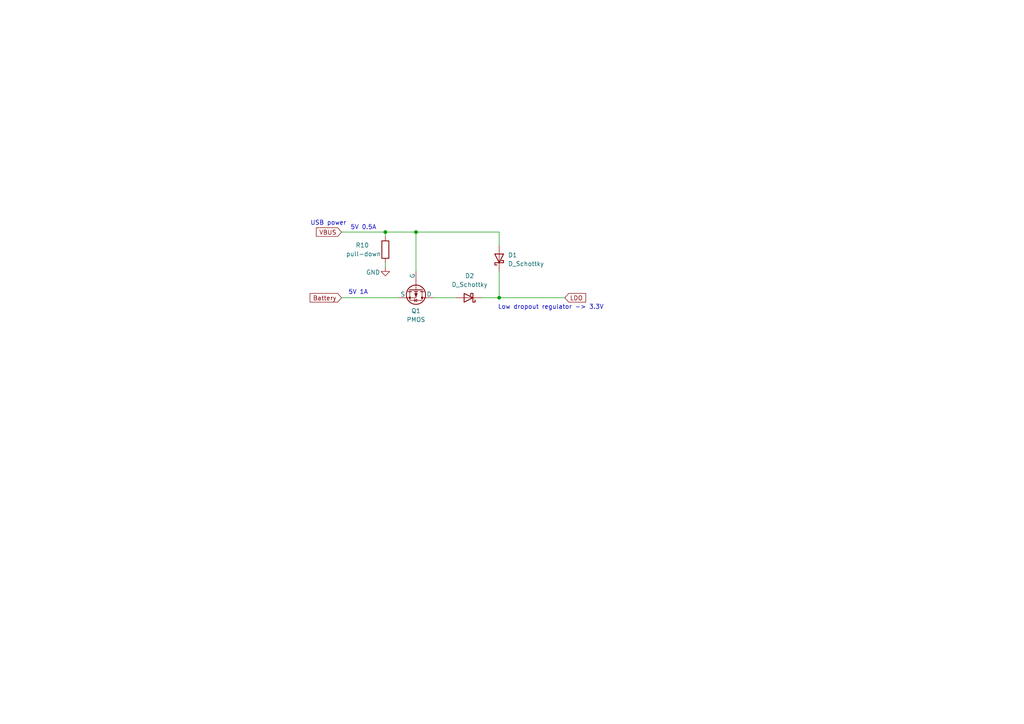
<source format=kicad_sch>
(kicad_sch (version 20250114) (generator "eeschema") (generator_version "9.0")
  (paper "A4")
  (title_block (company "N-Pulse"))
  (lib_symbols
    (symbol "Device:D_Schottky" (pin_numbers (hide yes)) (pin_names (offset 1.016) (hide yes))
      (property "Reference" "D" (at 0 2.54 0))
      (property "Value" "D_Schottky" (at 0 -2.54 0))
      (symbol "D_Schottky_0_1"
        (polyline (pts (xy -1.905 0.635) (xy -1.905 1.27) (xy -1.27 1.27) (xy -1.27 -1.27) (xy -0.635 -1.27) (xy -0.635 -0.635)) (stroke (width 0.254)))
        (polyline (pts (xy 1.27 1.27) (xy 1.27 -1.27) (xy -1.27 0) (xy 1.27 1.27)) (stroke (width 0.254)))
        (polyline (pts (xy 1.27 0) (xy -1.27 0)))
      )
      (symbol "D_Schottky_1_1"
        (pin passive line (at -3.81 0 0) (length 2.54) (name "K") (number "1"))
        (pin passive line (at 3.81 0 180) (length 2.54) (name "A") (number "2"))
      )
    )
    (symbol "Device:R" (pin_numbers (hide yes)) (pin_names (offset 0))
      (property "Reference" "R" (at 2.032 0 90))
      (property "Value" "R" (at 0 0 90))
      (symbol "R_0_1"
        (rectangle (start -1.016 -2.54) (end 1.016 2.54) (stroke (width 0.254)))
      )
      (symbol "R_1_1"
        (pin passive line (at 0 3.81 270) (length 1.27) (name "~") (number "1"))
        (pin passive line (at 0 -3.81 90) (length 1.27) (name "~") (number "2"))
      )
    )
    (symbol "Simulation_SPICE:PMOS" (pin_numbers (hide yes)) (pin_names (offset 0))
      (property "Reference" "Q" (at 5.08 1.27 0))
      (property "Value" "PMOS" (at 5.08 -1.27 0))
      (symbol "PMOS_0_1"
        (polyline (pts (xy 0.254 1.905) (xy 0.254 -1.905)) (stroke (width 0.254)))
        (polyline (pts (xy 0.254 0) (xy -2.54 0)))
        (polyline (pts (xy 0.762 2.286) (xy 0.762 1.27)) (stroke (width 0.254)))
        (polyline (pts (xy 0.762 1.778) (xy 3.302 1.778) (xy 3.302 -1.778) (xy 0.762 -1.778)))
        (polyline (pts (xy 0.762 0.508) (xy 0.762 -0.508)) (stroke (width 0.254)))
        (polyline (pts (xy 0.762 -1.27) (xy 0.762 -2.286)) (stroke (width 0.254)))
        (circle (center 1.651 0) (radius 2.794) (stroke (width 0.254)))
        (polyline (pts (xy 2.286 0) (xy 1.27 0.381) (xy 1.27 -0.381) (xy 2.286 0)) (fill (type outline)))
        (polyline (pts (xy 2.54 2.54) (xy 2.54 1.778)))
        (circle (center 2.54 1.778) (radius 0.254) (fill (type outline)))
        (circle (center 2.54 -1.778) (radius 0.254) (fill (type outline)))
        (polyline (pts (xy 2.54 -2.54) (xy 2.54 0) (xy 0.762 0)))
        (polyline (pts (xy 2.794 -0.508) (xy 2.921 -0.381) (xy 3.683 -0.381) (xy 3.81 -0.254)))
        (polyline (pts (xy 3.302 -0.381) (xy 2.921 0.254) (xy 3.683 0.254) (xy 3.302 -0.381)))
      )
      (symbol "PMOS_1_1"
        (pin input line (at -5.08 0 0) (length 2.54) (name "G") (number "2"))
        (pin passive line (at 2.54 5.08 270) (length 2.54) (name "D") (number "1"))
        (pin passive line (at 2.54 -5.08 90) (length 2.54) (name "S") (number "3"))
      )
    )
    (symbol "power:GND" (power) (pin_numbers (hide yes)) (pin_names (offset 0) (hide yes))
      (property "Value" "GND" (at 0 -3.81 0))
      (symbol "GND_0_1"
        (polyline (pts (xy 0 0) (xy 0 -1.27) (xy 1.27 -1.27) (xy 0 -2.54) (xy -1.27 -1.27) (xy 0 -1.27)))
      )
      (symbol "GND_1_1"
        (pin power_in line (at 0 0 270) (length 0) (name "~") (number "1"))
      )
    )
  )
  (text "USB power\n" (at 95.25 64.77 0) (effects (font (size 1.27 1.27))))
  (text "5V 0.5A\n" (at 105.41 66.04 0) (effects (font (size 1.27 1.27))))
  (text "Low dropout regulator -> 3.3V" (at 159.766 89.154 0) (effects (font (size 1.27 1.27))))
  (text "5V 1A\n" (at 103.886 84.836 0) (effects (font (size 1.27 1.27))))
  (junction (at 111.76 67.31))
  (junction (at 120.65 67.31))
  (junction (at 144.78 86.36))
  (wire (pts (xy 111.76 67.31) (xy 120.65 67.31)))
  (wire (pts (xy 111.76 76.2) (xy 111.76 77.47)))
  (wire (pts (xy 144.78 86.36) (xy 139.7 86.36)))
  (wire (pts (xy 144.78 78.74) (xy 144.78 86.36)))
  (wire (pts (xy 120.65 67.31) (xy 144.78 67.31)))
  (wire (pts (xy 99.06 67.31) (xy 111.76 67.31)))
  (wire (pts (xy 120.65 67.31) (xy 120.65 78.74)))
  (wire (pts (xy 99.06 86.36) (xy 115.57 86.36)))
  (wire (pts (xy 144.78 86.36) (xy 163.83 86.36)))
  (wire (pts (xy 111.76 67.31) (xy 111.76 68.58)))
  (wire (pts (xy 125.73 86.36) (xy 132.08 86.36)))
  (wire (pts (xy 144.78 67.31) (xy 144.78 71.12)))
  (global_label "Battery" (shape input) (at 99.06 86.36 180) (property "Intersheetrefs" "${INTERSHEET_REFS}" (effects (hide yes))))
  (global_label "LDO" (shape input) (at 163.83 86.36 0) (property "Intersheetrefs" "${INTERSHEET_REFS}" (effects (hide yes))))
  (global_label "VBUS" (shape input) (at 99.06 67.31 180) (property "Intersheetrefs" "${INTERSHEET_REFS}" (effects (hide yes))))
  (symbol (lib_id "Simulation_SPICE:PMOS") (at 120.65 83.82 270) (unit 1)
    (property "Reference" "Q1" (at 120.65 90.17 90))
    (property "Value" "PMOS" (at 120.65 92.71 90))
    (property "Datasheet" "https://ngspice.sourceforge.io/docs/ngspice-html-manual/manual.xhtml#cha_MOSFETs" (effects (hide yes)))
    (property "Description" "P-MOSFET transistor, drain/source/gate" (effects (hide yes)))
    (property "Sim.Device" "PMOS" (effects (hide yes)))
    (property "Sim.Type" "VDMOS" (effects (hide yes)))
    (property "Sim.Pins" "1=D 2=G 3=S" (effects (hide yes)))
  )
  (symbol (lib_id "Device:D_Schottky") (at 144.78 74.93 90) (unit 1)
    (property "Reference" "D1" (at 147.32 73.9774 90) (effects (justify right)))
    (property "Value" "D_Schottky" (at 147.32 76.5174 90) (effects (justify right)))
    (property "Description" "Schottky diode" (effects (hide yes)))
  )
  (symbol (lib_id "power:GND") (at 111.76 77.47 0) (unit 1)
    (property "Reference" "#PWR014" (effects (hide yes)))
    (property "Value" "GND" (at 108.204 78.994 0))
    (property "Description" "Power symbol creates a global label with name \"GND\" , ground" (effects (hide yes)))
  )
  (symbol (lib_id "Device:D_Schottky") (at 135.89 86.36 180) (unit 1)
    (property "Reference" "D2" (at 136.2075 80.01 0))
    (property "Value" "D_Schottky" (at 136.2075 82.55 0))
    (property "Description" "Schottky diode" (effects (hide yes)))
  )
  (symbol (lib_id "Device:R") (at 111.76 72.39 0) (unit 1)
    (property "Reference" "R10" (at 103.124 71.12 0) (effects (justify left)))
    (property "Value" "pull-down" (at 100.33 73.66 0) (effects (justify left)))
    (property "Description" "Resistor" (effects (hide yes)))
  )
)
</source>
